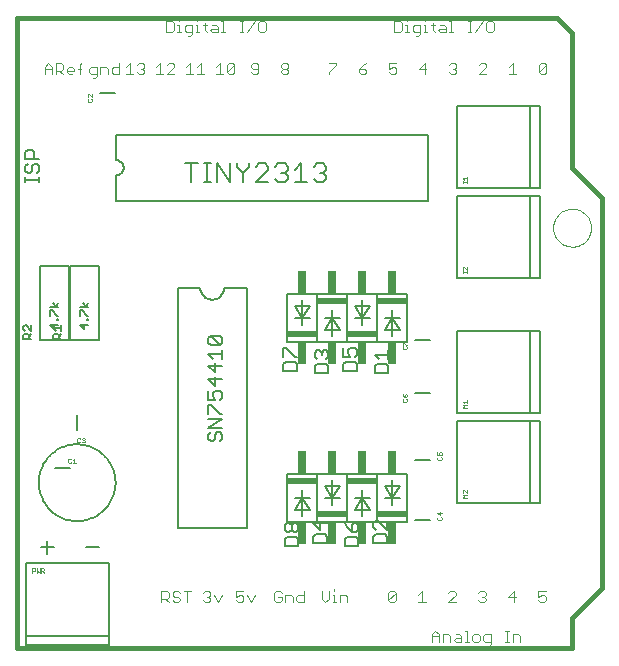
<source format=gto>
G75*
G70*
%OFA0B0*%
%FSLAX24Y24*%
%IPPOS*%
%LPD*%
%AMOC8*
5,1,8,0,0,1.08239X$1,22.5*
%
%ADD10C,0.0000*%
%ADD11C,0.0160*%
%ADD12C,0.0060*%
%ADD13C,0.0030*%
%ADD14C,0.0050*%
%ADD15C,0.0070*%
%ADD16R,0.1000X0.0200*%
%ADD17R,0.0300X0.0750*%
%ADD18C,0.0080*%
%ADD19C,0.0010*%
D10*
X010210Y000504D02*
X010210Y021500D01*
X028080Y014504D02*
X028082Y014554D01*
X028088Y014604D01*
X028098Y014653D01*
X028112Y014701D01*
X028129Y014748D01*
X028150Y014793D01*
X028175Y014837D01*
X028203Y014878D01*
X028235Y014917D01*
X028269Y014954D01*
X028306Y014988D01*
X028346Y015018D01*
X028388Y015045D01*
X028432Y015069D01*
X028478Y015090D01*
X028525Y015106D01*
X028573Y015119D01*
X028623Y015128D01*
X028672Y015133D01*
X028723Y015134D01*
X028773Y015131D01*
X028822Y015124D01*
X028871Y015113D01*
X028919Y015098D01*
X028965Y015080D01*
X029010Y015058D01*
X029053Y015032D01*
X029094Y015003D01*
X029133Y014971D01*
X029169Y014936D01*
X029201Y014898D01*
X029231Y014858D01*
X029258Y014815D01*
X029281Y014771D01*
X029300Y014725D01*
X029316Y014677D01*
X029328Y014628D01*
X029336Y014579D01*
X029340Y014529D01*
X029340Y014479D01*
X029336Y014429D01*
X029328Y014380D01*
X029316Y014331D01*
X029300Y014283D01*
X029281Y014237D01*
X029258Y014193D01*
X029231Y014150D01*
X029201Y014110D01*
X029169Y014072D01*
X029133Y014037D01*
X029094Y014005D01*
X029053Y013976D01*
X029010Y013950D01*
X028965Y013928D01*
X028919Y013910D01*
X028871Y013895D01*
X028822Y013884D01*
X028773Y013877D01*
X028723Y013874D01*
X028672Y013875D01*
X028623Y013880D01*
X028573Y013889D01*
X028525Y013902D01*
X028478Y013918D01*
X028432Y013939D01*
X028388Y013963D01*
X028346Y013990D01*
X028306Y014020D01*
X028269Y014054D01*
X028235Y014091D01*
X028203Y014130D01*
X028175Y014171D01*
X028150Y014215D01*
X028129Y014260D01*
X028112Y014307D01*
X028098Y014355D01*
X028088Y014404D01*
X028082Y014454D01*
X028080Y014504D01*
D11*
X010210Y021504D02*
X010210Y000504D01*
X028710Y000504D01*
X028710Y001504D01*
X029710Y002504D01*
X029710Y015504D01*
X028710Y016504D01*
X028710Y021004D01*
X028210Y021504D01*
X010210Y021504D01*
D12*
X013510Y017604D02*
X023910Y017604D01*
X023910Y015404D01*
X013510Y015404D01*
X013510Y016254D01*
X013540Y016256D01*
X013570Y016261D01*
X013599Y016270D01*
X013626Y016283D01*
X013652Y016298D01*
X013676Y016317D01*
X013697Y016338D01*
X013716Y016362D01*
X013731Y016388D01*
X013744Y016415D01*
X013753Y016444D01*
X013758Y016474D01*
X013760Y016504D01*
X013758Y016534D01*
X013753Y016564D01*
X013744Y016593D01*
X013731Y016620D01*
X013716Y016646D01*
X013697Y016670D01*
X013676Y016691D01*
X013652Y016710D01*
X013626Y016725D01*
X013599Y016738D01*
X013570Y016747D01*
X013540Y016752D01*
X013510Y016754D01*
X013510Y017604D01*
X015560Y012504D02*
X016310Y012504D01*
X016312Y012465D01*
X016318Y012426D01*
X016327Y012388D01*
X016340Y012351D01*
X016357Y012315D01*
X016377Y012282D01*
X016401Y012250D01*
X016427Y012221D01*
X016456Y012195D01*
X016488Y012171D01*
X016521Y012151D01*
X016557Y012134D01*
X016594Y012121D01*
X016632Y012112D01*
X016671Y012106D01*
X016710Y012104D01*
X016749Y012106D01*
X016788Y012112D01*
X016826Y012121D01*
X016863Y012134D01*
X016899Y012151D01*
X016932Y012171D01*
X016964Y012195D01*
X016993Y012221D01*
X017019Y012250D01*
X017043Y012282D01*
X017063Y012315D01*
X017080Y012351D01*
X017093Y012388D01*
X017102Y012426D01*
X017108Y012465D01*
X017110Y012504D01*
X017860Y012504D01*
X017860Y004504D01*
X015560Y004504D01*
X015560Y012504D01*
X019210Y012304D02*
X019210Y010704D01*
X020210Y010704D01*
X020210Y012304D01*
X019210Y012304D01*
X019710Y012104D02*
X019710Y011504D01*
X019960Y011504D01*
X019710Y011504D02*
X019460Y011904D01*
X019960Y011904D01*
X019710Y011504D01*
X019460Y011504D01*
X019710Y011504D02*
X019710Y011254D01*
X020210Y010704D02*
X021210Y010704D01*
X022210Y010704D01*
X022210Y012304D01*
X021210Y012304D01*
X021210Y010704D01*
X021210Y012304D01*
X020210Y012304D01*
X020210Y010704D01*
X020460Y011104D02*
X020710Y011504D01*
X020460Y011504D01*
X020710Y011504D02*
X020710Y011754D01*
X020710Y011504D02*
X020960Y011504D01*
X020710Y011504D02*
X020960Y011104D01*
X020460Y011104D01*
X020710Y010904D02*
X020710Y011504D01*
X021460Y011504D02*
X021710Y011504D01*
X021960Y011504D01*
X021710Y011504D02*
X021960Y011904D01*
X021460Y011904D01*
X021710Y011504D01*
X021710Y012104D01*
X022210Y012304D02*
X023210Y012304D01*
X023210Y010704D01*
X022210Y010704D01*
X022210Y012304D01*
X022710Y011754D02*
X022710Y011504D01*
X022460Y011504D01*
X022710Y011504D02*
X022960Y011504D01*
X022710Y011504D02*
X022960Y011104D01*
X022460Y011104D01*
X022710Y011504D01*
X022710Y010904D01*
X021710Y011254D02*
X021710Y011504D01*
X022210Y006304D02*
X021210Y006304D01*
X021210Y004704D01*
X022210Y004704D01*
X022210Y006304D01*
X022210Y004704D01*
X023210Y004704D01*
X023210Y006304D01*
X022210Y006304D01*
X022710Y006104D02*
X022710Y005504D01*
X022960Y005504D01*
X022710Y005504D02*
X022710Y005254D01*
X022710Y005504D02*
X022460Y005504D01*
X022710Y005504D02*
X022460Y005904D01*
X022960Y005904D01*
X022710Y005504D01*
X021960Y005504D02*
X021710Y005504D01*
X021460Y005504D01*
X021710Y005504D02*
X021710Y005754D01*
X021710Y005504D02*
X021960Y005104D01*
X021460Y005104D01*
X021710Y005504D01*
X021710Y004904D01*
X021210Y004704D02*
X020210Y004704D01*
X020210Y006304D01*
X019210Y006304D01*
X019210Y004704D01*
X020210Y004704D01*
X020210Y006304D01*
X021210Y006304D01*
X021210Y004704D01*
X020710Y005254D02*
X020710Y005504D01*
X020960Y005504D01*
X020710Y005504D02*
X020460Y005504D01*
X020710Y005504D02*
X020460Y005904D01*
X020960Y005904D01*
X020710Y005504D01*
X020710Y006104D01*
X019960Y005504D02*
X019710Y005504D01*
X019460Y005504D01*
X019710Y005504D02*
X019960Y005104D01*
X019460Y005104D01*
X019710Y005504D01*
X019710Y004904D01*
X019710Y005504D02*
X019710Y005754D01*
X012930Y003854D02*
X012503Y003854D01*
X011430Y003854D02*
X011003Y003854D01*
X011216Y004068D02*
X011216Y003641D01*
D13*
X015021Y002389D02*
X015021Y002019D01*
X015021Y002142D02*
X015206Y002142D01*
X015268Y002204D01*
X015268Y002328D01*
X015206Y002389D01*
X015021Y002389D01*
X015389Y002328D02*
X015389Y002266D01*
X015451Y002204D01*
X015574Y002204D01*
X015636Y002142D01*
X015636Y002081D01*
X015574Y002019D01*
X015451Y002019D01*
X015389Y002081D01*
X015268Y002019D02*
X015144Y002142D01*
X015389Y002328D02*
X015451Y002389D01*
X015574Y002389D01*
X015636Y002328D01*
X015757Y002389D02*
X016004Y002389D01*
X015881Y002389D02*
X015881Y002019D01*
X016407Y002081D02*
X016468Y002019D01*
X016592Y002019D01*
X016654Y002081D01*
X016654Y002142D01*
X016592Y002204D01*
X016530Y002204D01*
X016592Y002204D02*
X016654Y002266D01*
X016654Y002328D01*
X016592Y002389D01*
X016468Y002389D01*
X016407Y002328D01*
X016775Y002266D02*
X016899Y002019D01*
X017022Y002266D01*
X017507Y002204D02*
X017630Y002266D01*
X017692Y002266D01*
X017754Y002204D01*
X017754Y002081D01*
X017692Y002019D01*
X017568Y002019D01*
X017507Y002081D01*
X017507Y002204D02*
X017507Y002389D01*
X017754Y002389D01*
X017875Y002266D02*
X017999Y002019D01*
X018122Y002266D01*
X018779Y002328D02*
X018779Y002081D01*
X018840Y002019D01*
X018964Y002019D01*
X019026Y002081D01*
X019026Y002204D01*
X018902Y002204D01*
X018779Y002328D02*
X018840Y002389D01*
X018964Y002389D01*
X019026Y002328D01*
X019147Y002266D02*
X019332Y002266D01*
X019394Y002204D01*
X019394Y002019D01*
X019515Y002081D02*
X019515Y002204D01*
X019577Y002266D01*
X019762Y002266D01*
X019762Y002389D02*
X019762Y002019D01*
X019577Y002019D01*
X019515Y002081D01*
X019147Y002019D02*
X019147Y002266D01*
X020357Y002389D02*
X020357Y002142D01*
X020480Y002019D01*
X020604Y002142D01*
X020604Y002389D01*
X020725Y002266D02*
X020787Y002266D01*
X020787Y002019D01*
X020725Y002019D02*
X020849Y002019D01*
X020971Y002019D02*
X020971Y002266D01*
X021156Y002266D01*
X021217Y002204D01*
X021217Y002019D01*
X020787Y002389D02*
X020787Y002451D01*
X022575Y002328D02*
X022575Y002081D01*
X022822Y002328D01*
X022822Y002081D01*
X022760Y002019D01*
X022636Y002019D01*
X022575Y002081D01*
X022575Y002328D02*
X022636Y002389D01*
X022760Y002389D01*
X022822Y002328D01*
X023575Y002266D02*
X023698Y002389D01*
X023698Y002019D01*
X023575Y002019D02*
X023822Y002019D01*
X024575Y002019D02*
X024822Y002266D01*
X024822Y002328D01*
X024760Y002389D01*
X024636Y002389D01*
X024575Y002328D01*
X024575Y002019D02*
X024822Y002019D01*
X025575Y002081D02*
X025636Y002019D01*
X025760Y002019D01*
X025822Y002081D01*
X025822Y002142D01*
X025760Y002204D01*
X025698Y002204D01*
X025760Y002204D02*
X025822Y002266D01*
X025822Y002328D01*
X025760Y002389D01*
X025636Y002389D01*
X025575Y002328D01*
X026575Y002204D02*
X026822Y002204D01*
X026760Y002019D02*
X026760Y002389D01*
X026575Y002204D01*
X027575Y002204D02*
X027698Y002266D01*
X027760Y002266D01*
X027822Y002204D01*
X027822Y002081D01*
X027760Y002019D01*
X027636Y002019D01*
X027575Y002081D01*
X027575Y002204D02*
X027575Y002389D01*
X027822Y002389D01*
X026915Y000948D02*
X026976Y000886D01*
X026976Y000701D01*
X026730Y000701D02*
X026730Y000948D01*
X026915Y000948D01*
X026608Y001071D02*
X026484Y001071D01*
X026546Y001071D02*
X026546Y000701D01*
X026484Y000701D02*
X026608Y000701D01*
X025994Y000701D02*
X025809Y000701D01*
X025747Y000763D01*
X025747Y000886D01*
X025809Y000948D01*
X025994Y000948D01*
X025994Y000639D01*
X025933Y000578D01*
X025871Y000578D01*
X025626Y000763D02*
X025626Y000886D01*
X025564Y000948D01*
X025441Y000948D01*
X025379Y000886D01*
X025379Y000763D01*
X025441Y000701D01*
X025564Y000701D01*
X025626Y000763D01*
X025257Y000701D02*
X025134Y000701D01*
X025195Y000701D02*
X025195Y001071D01*
X025134Y001071D01*
X024951Y000948D02*
X025012Y000886D01*
X025012Y000701D01*
X024827Y000701D01*
X024765Y000763D01*
X024827Y000824D01*
X025012Y000824D01*
X024951Y000948D02*
X024827Y000948D01*
X024644Y000886D02*
X024644Y000701D01*
X024644Y000886D02*
X024582Y000948D01*
X024397Y000948D01*
X024397Y000701D01*
X024276Y000701D02*
X024276Y000948D01*
X024152Y001071D01*
X024029Y000948D01*
X024029Y000701D01*
X024029Y000886D02*
X024276Y000886D01*
X012805Y019496D02*
X012867Y019557D01*
X012867Y019866D01*
X012682Y019866D01*
X012620Y019804D01*
X012620Y019681D01*
X012682Y019619D01*
X012867Y019619D01*
X012988Y019619D02*
X012988Y019866D01*
X013173Y019866D01*
X013235Y019804D01*
X013235Y019619D01*
X013356Y019681D02*
X013356Y019804D01*
X013418Y019866D01*
X013603Y019866D01*
X013603Y019989D02*
X013603Y019619D01*
X013418Y019619D01*
X013356Y019681D01*
X013838Y019619D02*
X014085Y019619D01*
X013962Y019619D02*
X013962Y019989D01*
X013838Y019866D01*
X014206Y019928D02*
X014268Y019989D01*
X014392Y019989D01*
X014453Y019928D01*
X014453Y019866D01*
X014392Y019804D01*
X014453Y019742D01*
X014453Y019681D01*
X014392Y019619D01*
X014268Y019619D01*
X014206Y019681D01*
X014330Y019804D02*
X014392Y019804D01*
X014838Y019866D02*
X014962Y019989D01*
X014962Y019619D01*
X015085Y019619D02*
X014838Y019619D01*
X015206Y019619D02*
X015453Y019866D01*
X015453Y019928D01*
X015392Y019989D01*
X015268Y019989D01*
X015206Y019928D01*
X015206Y019619D02*
X015453Y019619D01*
X015838Y019619D02*
X016085Y019619D01*
X016206Y019619D02*
X016453Y019619D01*
X016330Y019619D02*
X016330Y019989D01*
X016206Y019866D01*
X015962Y019989D02*
X015962Y019619D01*
X015838Y019866D02*
X015962Y019989D01*
X016838Y019866D02*
X016962Y019989D01*
X016962Y019619D01*
X017085Y019619D02*
X016838Y019619D01*
X017206Y019681D02*
X017206Y019928D01*
X017268Y019989D01*
X017392Y019989D01*
X017453Y019928D01*
X017206Y019681D01*
X017268Y019619D01*
X017392Y019619D01*
X017453Y019681D01*
X017453Y019928D01*
X018006Y019928D02*
X018006Y019866D01*
X018068Y019804D01*
X018253Y019804D01*
X018253Y019681D02*
X018253Y019928D01*
X018192Y019989D01*
X018068Y019989D01*
X018006Y019928D01*
X018006Y019681D02*
X018068Y019619D01*
X018192Y019619D01*
X018253Y019681D01*
X019006Y019681D02*
X019006Y019742D01*
X019068Y019804D01*
X019192Y019804D01*
X019253Y019742D01*
X019253Y019681D01*
X019192Y019619D01*
X019068Y019619D01*
X019006Y019681D01*
X019068Y019804D02*
X019006Y019866D01*
X019006Y019928D01*
X019068Y019989D01*
X019192Y019989D01*
X019253Y019928D01*
X019253Y019866D01*
X019192Y019804D01*
X020606Y019681D02*
X020606Y019619D01*
X020606Y019681D02*
X020853Y019928D01*
X020853Y019989D01*
X020606Y019989D01*
X021606Y019804D02*
X021606Y019681D01*
X021668Y019619D01*
X021792Y019619D01*
X021853Y019681D01*
X021853Y019742D01*
X021792Y019804D01*
X021606Y019804D01*
X021730Y019928D01*
X021853Y019989D01*
X022606Y019989D02*
X022606Y019804D01*
X022730Y019866D01*
X022792Y019866D01*
X022853Y019804D01*
X022853Y019681D01*
X022792Y019619D01*
X022668Y019619D01*
X022606Y019681D01*
X022606Y019989D02*
X022853Y019989D01*
X023606Y019804D02*
X023853Y019804D01*
X023792Y019619D02*
X023792Y019989D01*
X023606Y019804D01*
X024606Y019681D02*
X024668Y019619D01*
X024792Y019619D01*
X024853Y019681D01*
X024853Y019742D01*
X024792Y019804D01*
X024730Y019804D01*
X024792Y019804D02*
X024853Y019866D01*
X024853Y019928D01*
X024792Y019989D01*
X024668Y019989D01*
X024606Y019928D01*
X025606Y019928D02*
X025668Y019989D01*
X025792Y019989D01*
X025853Y019928D01*
X025853Y019866D01*
X025606Y019619D01*
X025853Y019619D01*
X026606Y019619D02*
X026853Y019619D01*
X026730Y019619D02*
X026730Y019989D01*
X026606Y019866D01*
X027606Y019928D02*
X027606Y019681D01*
X027853Y019928D01*
X027853Y019681D01*
X027792Y019619D01*
X027668Y019619D01*
X027606Y019681D01*
X027606Y019928D02*
X027668Y019989D01*
X027792Y019989D01*
X027853Y019928D01*
X026091Y021081D02*
X026091Y021328D01*
X026029Y021389D01*
X025906Y021389D01*
X025844Y021328D01*
X025844Y021081D01*
X025906Y021019D01*
X026029Y021019D01*
X026091Y021081D01*
X025722Y021389D02*
X025476Y021019D01*
X025353Y021019D02*
X025230Y021019D01*
X025292Y021019D02*
X025292Y021389D01*
X025353Y021389D02*
X025230Y021389D01*
X024678Y021389D02*
X024678Y021019D01*
X024616Y021019D02*
X024740Y021019D01*
X024495Y021019D02*
X024495Y021204D01*
X024433Y021266D01*
X024310Y021266D01*
X024310Y021142D02*
X024495Y021142D01*
X024495Y021019D02*
X024310Y021019D01*
X024248Y021081D01*
X024310Y021142D01*
X024126Y021019D02*
X024064Y021081D01*
X024064Y021328D01*
X024002Y021266D02*
X024126Y021266D01*
X023819Y021266D02*
X023819Y021019D01*
X023880Y021019D02*
X023757Y021019D01*
X023635Y021019D02*
X023450Y021019D01*
X023389Y021081D01*
X023389Y021204D01*
X023450Y021266D01*
X023635Y021266D01*
X023635Y020957D01*
X023574Y020896D01*
X023512Y020896D01*
X023266Y021019D02*
X023143Y021019D01*
X023205Y021019D02*
X023205Y021266D01*
X023143Y021266D01*
X023022Y021328D02*
X023022Y021081D01*
X022960Y021019D01*
X022775Y021019D01*
X022775Y021389D01*
X022960Y021389D01*
X023022Y021328D01*
X023205Y021389D02*
X023205Y021451D01*
X023757Y021266D02*
X023819Y021266D01*
X023819Y021389D02*
X023819Y021451D01*
X024616Y021389D02*
X024678Y021389D01*
X018491Y021328D02*
X018491Y021081D01*
X018429Y021019D01*
X018306Y021019D01*
X018244Y021081D01*
X018244Y021328D01*
X018306Y021389D01*
X018429Y021389D01*
X018491Y021328D01*
X018122Y021389D02*
X017876Y021019D01*
X017753Y021019D02*
X017630Y021019D01*
X017692Y021019D02*
X017692Y021389D01*
X017753Y021389D02*
X017630Y021389D01*
X017078Y021389D02*
X017078Y021019D01*
X017016Y021019D02*
X017140Y021019D01*
X016895Y021019D02*
X016895Y021204D01*
X016833Y021266D01*
X016710Y021266D01*
X016710Y021142D02*
X016895Y021142D01*
X016895Y021019D02*
X016710Y021019D01*
X016648Y021081D01*
X016710Y021142D01*
X016526Y021019D02*
X016464Y021081D01*
X016464Y021328D01*
X016402Y021266D02*
X016526Y021266D01*
X016219Y021266D02*
X016219Y021019D01*
X016280Y021019D02*
X016157Y021019D01*
X016035Y021019D02*
X015850Y021019D01*
X015789Y021081D01*
X015789Y021204D01*
X015850Y021266D01*
X016035Y021266D01*
X016035Y020957D01*
X015974Y020896D01*
X015912Y020896D01*
X015666Y021019D02*
X015543Y021019D01*
X015605Y021019D02*
X015605Y021266D01*
X015543Y021266D01*
X015422Y021328D02*
X015360Y021389D01*
X015175Y021389D01*
X015175Y021019D01*
X015360Y021019D01*
X015422Y021081D01*
X015422Y021328D01*
X015605Y021389D02*
X015605Y021451D01*
X016157Y021266D02*
X016219Y021266D01*
X016219Y021389D02*
X016219Y021451D01*
X017016Y021389D02*
X017078Y021389D01*
X012805Y019496D02*
X012743Y019496D01*
X012291Y019619D02*
X012291Y019928D01*
X012353Y019989D01*
X012353Y019804D02*
X012229Y019804D01*
X012108Y019804D02*
X012108Y019742D01*
X011861Y019742D01*
X011861Y019681D02*
X011861Y019804D01*
X011923Y019866D01*
X012046Y019866D01*
X012108Y019804D01*
X012046Y019619D02*
X011923Y019619D01*
X011861Y019681D01*
X011739Y019619D02*
X011616Y019742D01*
X011678Y019742D02*
X011493Y019742D01*
X011493Y019619D02*
X011493Y019989D01*
X011678Y019989D01*
X011739Y019928D01*
X011739Y019804D01*
X011678Y019742D01*
X011371Y019804D02*
X011124Y019804D01*
X011124Y019866D02*
X011248Y019989D01*
X011371Y019866D01*
X011371Y019619D01*
X011124Y019619D02*
X011124Y019866D01*
D14*
X010710Y017096D02*
X010785Y017021D01*
X010785Y016796D01*
X010935Y016796D02*
X010484Y016796D01*
X010484Y017021D01*
X010559Y017096D01*
X010710Y017096D01*
X010785Y016636D02*
X010710Y016561D01*
X010710Y016411D01*
X010635Y016336D01*
X010559Y016336D01*
X010484Y016411D01*
X010484Y016561D01*
X010559Y016636D01*
X010785Y016636D02*
X010860Y016636D01*
X010935Y016561D01*
X010935Y016411D01*
X010860Y016336D01*
X010935Y016179D02*
X010935Y016029D01*
X010935Y016104D02*
X010484Y016104D01*
X010484Y016029D02*
X010484Y016179D01*
X011405Y012001D02*
X011495Y011866D01*
X011585Y012001D01*
X011585Y011866D02*
X011315Y011866D01*
X011315Y011751D02*
X011360Y011751D01*
X011540Y011571D01*
X011585Y011571D01*
X011585Y011469D02*
X011585Y011424D01*
X011540Y011424D01*
X011540Y011469D01*
X011585Y011469D01*
X011585Y011264D02*
X011315Y011264D01*
X011450Y011129D01*
X011450Y011309D01*
X011415Y011164D02*
X011685Y011164D01*
X011685Y011074D02*
X011685Y011254D01*
X011505Y011074D02*
X011415Y011164D01*
X011460Y010959D02*
X011550Y010959D01*
X011595Y010914D01*
X011595Y010779D01*
X011685Y010779D02*
X011415Y010779D01*
X011415Y010914D01*
X011460Y010959D01*
X011595Y010869D02*
X011685Y010959D01*
X012315Y011264D02*
X012450Y011129D01*
X012450Y011309D01*
X012585Y011264D02*
X012315Y011264D01*
X012540Y011424D02*
X012540Y011469D01*
X012585Y011469D01*
X012585Y011424D01*
X012540Y011424D01*
X012540Y011571D02*
X012585Y011571D01*
X012540Y011571D02*
X012360Y011751D01*
X012315Y011751D01*
X012315Y011571D01*
X012315Y011866D02*
X012585Y011866D01*
X012495Y011866D02*
X012405Y012001D01*
X012495Y011866D02*
X012585Y012001D01*
X011315Y011751D02*
X011315Y011571D01*
X010685Y011254D02*
X010685Y011074D01*
X010505Y011254D01*
X010460Y011254D01*
X010415Y011209D01*
X010415Y011119D01*
X010460Y011074D01*
X010460Y010959D02*
X010550Y010959D01*
X010595Y010914D01*
X010595Y010779D01*
X010685Y010779D02*
X010415Y010779D01*
X010415Y010914D01*
X010460Y010959D01*
X010595Y010869D02*
X010685Y010959D01*
X016584Y010827D02*
X016659Y010902D01*
X016960Y010601D01*
X017035Y010676D01*
X017035Y010827D01*
X016960Y010902D01*
X016659Y010902D01*
X016584Y010827D02*
X016584Y010676D01*
X016659Y010601D01*
X016960Y010601D01*
X017035Y010441D02*
X017035Y010141D01*
X017035Y010291D02*
X016584Y010291D01*
X016735Y010141D01*
X016810Y009981D02*
X016810Y009681D01*
X016584Y009906D01*
X017035Y009906D01*
X016810Y009521D02*
X016810Y009220D01*
X016584Y009446D01*
X017035Y009446D01*
X016960Y009060D02*
X017035Y008985D01*
X017035Y008835D01*
X016960Y008760D01*
X016810Y008760D02*
X016735Y008910D01*
X016735Y008985D01*
X016810Y009060D01*
X016960Y009060D01*
X016810Y008760D02*
X016584Y008760D01*
X016584Y009060D01*
X016584Y008600D02*
X016659Y008600D01*
X016960Y008300D01*
X017035Y008300D01*
X017035Y008140D02*
X016584Y008140D01*
X016584Y008300D02*
X016584Y008600D01*
X017035Y008140D02*
X016584Y007839D01*
X017035Y007839D01*
X016960Y007679D02*
X017035Y007604D01*
X017035Y007454D01*
X016960Y007379D01*
X016810Y007454D02*
X016810Y007604D01*
X016885Y007679D01*
X016960Y007679D01*
X016810Y007454D02*
X016735Y007379D01*
X016659Y007379D01*
X016584Y007454D01*
X016584Y007604D01*
X016659Y007679D01*
X019084Y009729D02*
X019084Y009954D01*
X019159Y010029D01*
X019460Y010029D01*
X019535Y009954D01*
X019535Y009729D01*
X019084Y009729D01*
X019084Y010189D02*
X019084Y010490D01*
X019159Y010490D01*
X019460Y010189D01*
X019535Y010189D01*
X020134Y010194D02*
X020134Y010344D01*
X020209Y010419D01*
X020285Y010419D01*
X020360Y010344D01*
X020435Y010419D01*
X020510Y010419D01*
X020585Y010344D01*
X020585Y010194D01*
X020510Y010119D01*
X020510Y009958D02*
X020209Y009958D01*
X020134Y009883D01*
X020134Y009658D01*
X020585Y009658D01*
X020585Y009883D01*
X020510Y009958D01*
X020209Y010119D02*
X020134Y010194D01*
X020360Y010269D02*
X020360Y010344D01*
X021084Y010490D02*
X021084Y010189D01*
X021310Y010189D01*
X021235Y010339D01*
X021235Y010414D01*
X021310Y010490D01*
X021460Y010490D01*
X021535Y010414D01*
X021535Y010264D01*
X021460Y010189D01*
X021460Y010029D02*
X021159Y010029D01*
X021084Y009954D01*
X021084Y009729D01*
X021535Y009729D01*
X021535Y009954D01*
X021460Y010029D01*
X022134Y009883D02*
X022134Y009658D01*
X022585Y009658D01*
X022585Y009883D01*
X022510Y009958D01*
X022209Y009958D01*
X022134Y009883D01*
X022285Y010119D02*
X022134Y010269D01*
X022585Y010269D01*
X022585Y010119D02*
X022585Y010419D01*
X022535Y004740D02*
X022535Y004439D01*
X022235Y004740D01*
X022159Y004740D01*
X022084Y004664D01*
X022084Y004514D01*
X022159Y004439D01*
X022159Y004279D02*
X022084Y004204D01*
X022084Y003979D01*
X022535Y003979D01*
X022535Y004204D01*
X022460Y004279D01*
X022159Y004279D01*
X021585Y004133D02*
X021585Y003908D01*
X021134Y003908D01*
X021134Y004133D01*
X021209Y004208D01*
X021510Y004208D01*
X021585Y004133D01*
X021510Y004369D02*
X021585Y004444D01*
X021585Y004594D01*
X021510Y004669D01*
X021435Y004669D01*
X021360Y004594D01*
X021360Y004369D01*
X021510Y004369D01*
X021360Y004369D02*
X021209Y004519D01*
X021134Y004669D01*
X020535Y004664D02*
X020084Y004664D01*
X020310Y004439D01*
X020310Y004740D01*
X020460Y004279D02*
X020159Y004279D01*
X020084Y004204D01*
X020084Y003979D01*
X020535Y003979D01*
X020535Y004204D01*
X020460Y004279D01*
X019585Y004133D02*
X019585Y003908D01*
X019134Y003908D01*
X019134Y004133D01*
X019209Y004208D01*
X019510Y004208D01*
X019585Y004133D01*
X019510Y004369D02*
X019435Y004369D01*
X019360Y004444D01*
X019360Y004594D01*
X019435Y004669D01*
X019510Y004669D01*
X019585Y004594D01*
X019585Y004444D01*
X019510Y004369D01*
X019360Y004444D02*
X019285Y004369D01*
X019209Y004369D01*
X019134Y004444D01*
X019134Y004594D01*
X019209Y004669D01*
X019285Y004669D01*
X019360Y004594D01*
D15*
X019456Y016019D02*
X019876Y016019D01*
X019666Y016019D02*
X019666Y016649D01*
X019456Y016439D01*
X019231Y016439D02*
X019126Y016334D01*
X019231Y016229D01*
X019231Y016124D01*
X019126Y016019D01*
X018916Y016019D01*
X018811Y016124D01*
X018587Y016019D02*
X018166Y016019D01*
X018587Y016439D01*
X018587Y016544D01*
X018482Y016649D01*
X018272Y016649D01*
X018166Y016544D01*
X017942Y016544D02*
X017732Y016334D01*
X017732Y016019D01*
X017732Y016334D02*
X017522Y016544D01*
X017522Y016649D01*
X017298Y016649D02*
X017298Y016019D01*
X016877Y016649D01*
X016877Y016019D01*
X016658Y016019D02*
X016448Y016019D01*
X016553Y016019D02*
X016553Y016649D01*
X016448Y016649D02*
X016658Y016649D01*
X016224Y016649D02*
X015803Y016649D01*
X016013Y016649D02*
X016013Y016019D01*
X017942Y016544D02*
X017942Y016649D01*
X018811Y016544D02*
X018916Y016649D01*
X019126Y016649D01*
X019231Y016544D01*
X019231Y016439D01*
X019126Y016334D02*
X019021Y016334D01*
X020100Y016124D02*
X020205Y016019D01*
X020415Y016019D01*
X020520Y016124D01*
X020520Y016229D01*
X020415Y016334D01*
X020310Y016334D01*
X020415Y016334D02*
X020520Y016439D01*
X020520Y016544D01*
X020415Y016649D01*
X020205Y016649D01*
X020100Y016544D01*
D16*
X020710Y012054D03*
X021710Y010954D03*
X022710Y012054D03*
X019710Y010954D03*
X019710Y006054D03*
X020710Y004954D03*
X021710Y006054D03*
X022710Y004954D03*
D17*
X022710Y004329D03*
X021710Y004329D03*
X020710Y004329D03*
X019710Y004329D03*
X019710Y006679D03*
X020710Y006679D03*
X021710Y006679D03*
X022710Y006679D03*
X022710Y010329D03*
X021710Y010329D03*
X020710Y010329D03*
X019710Y010329D03*
X019710Y012679D03*
X020710Y012679D03*
X021710Y012679D03*
X022710Y012679D03*
D18*
X024871Y012815D02*
X027312Y012815D01*
X027312Y015571D01*
X027627Y015571D01*
X027627Y012815D01*
X027312Y012815D01*
X027312Y011071D02*
X024871Y011071D01*
X024871Y008315D01*
X027312Y008315D01*
X027312Y011071D01*
X027627Y011071D01*
X027627Y008315D01*
X027312Y008315D01*
X027312Y008071D02*
X027312Y005315D01*
X024871Y005315D01*
X024871Y008071D01*
X027312Y008071D01*
X027627Y008071D01*
X027627Y005315D01*
X027312Y005315D01*
X023960Y004754D02*
X023460Y004754D01*
X023460Y006754D02*
X023960Y006754D01*
X023960Y009004D02*
X023460Y009004D01*
X023460Y010754D02*
X023960Y010754D01*
X024871Y012815D02*
X024871Y015571D01*
X027312Y015571D01*
X027312Y015815D02*
X027312Y018571D01*
X027627Y018571D01*
X027627Y015815D01*
X027312Y015815D01*
X024871Y015815D01*
X024871Y018571D01*
X027312Y018571D01*
X013460Y019004D02*
X012960Y019004D01*
X012932Y013244D02*
X011987Y013244D01*
X011987Y010764D01*
X012932Y010764D01*
X012932Y013244D01*
X011932Y013244D02*
X011932Y010764D01*
X010987Y010764D01*
X010987Y013244D01*
X011932Y013244D01*
X012210Y008254D02*
X012210Y007754D01*
X011960Y006504D02*
X011460Y006504D01*
X010930Y006004D02*
X010932Y006075D01*
X010938Y006146D01*
X010948Y006217D01*
X010962Y006286D01*
X010979Y006355D01*
X011001Y006423D01*
X011026Y006490D01*
X011055Y006555D01*
X011087Y006618D01*
X011123Y006680D01*
X011162Y006739D01*
X011205Y006796D01*
X011250Y006851D01*
X011299Y006903D01*
X011350Y006952D01*
X011404Y006998D01*
X011461Y007042D01*
X011519Y007082D01*
X011580Y007118D01*
X011643Y007152D01*
X011708Y007181D01*
X011774Y007207D01*
X011842Y007230D01*
X011910Y007248D01*
X011980Y007263D01*
X012050Y007274D01*
X012121Y007281D01*
X012192Y007284D01*
X012263Y007283D01*
X012334Y007278D01*
X012405Y007269D01*
X012475Y007256D01*
X012544Y007240D01*
X012612Y007219D01*
X012679Y007195D01*
X012745Y007167D01*
X012808Y007135D01*
X012870Y007100D01*
X012930Y007062D01*
X012988Y007020D01*
X013043Y006976D01*
X013096Y006928D01*
X013146Y006877D01*
X013193Y006824D01*
X013237Y006768D01*
X013278Y006710D01*
X013316Y006649D01*
X013350Y006587D01*
X013380Y006522D01*
X013407Y006457D01*
X013431Y006389D01*
X013450Y006321D01*
X013466Y006252D01*
X013478Y006181D01*
X013486Y006111D01*
X013490Y006040D01*
X013490Y005968D01*
X013486Y005897D01*
X013478Y005827D01*
X013466Y005756D01*
X013450Y005687D01*
X013431Y005619D01*
X013407Y005551D01*
X013380Y005486D01*
X013350Y005421D01*
X013316Y005359D01*
X013278Y005298D01*
X013237Y005240D01*
X013193Y005184D01*
X013146Y005131D01*
X013096Y005080D01*
X013043Y005032D01*
X012988Y004988D01*
X012930Y004946D01*
X012870Y004908D01*
X012808Y004873D01*
X012745Y004841D01*
X012679Y004813D01*
X012612Y004789D01*
X012544Y004768D01*
X012475Y004752D01*
X012405Y004739D01*
X012334Y004730D01*
X012263Y004725D01*
X012192Y004724D01*
X012121Y004727D01*
X012050Y004734D01*
X011980Y004745D01*
X011910Y004760D01*
X011842Y004778D01*
X011774Y004801D01*
X011708Y004827D01*
X011643Y004856D01*
X011580Y004890D01*
X011519Y004926D01*
X011461Y004966D01*
X011404Y005010D01*
X011350Y005056D01*
X011299Y005105D01*
X011250Y005157D01*
X011205Y005212D01*
X011162Y005269D01*
X011123Y005328D01*
X011087Y005390D01*
X011055Y005453D01*
X011026Y005518D01*
X011001Y005585D01*
X010979Y005653D01*
X010962Y005722D01*
X010948Y005791D01*
X010938Y005862D01*
X010932Y005933D01*
X010930Y006004D01*
X010521Y003343D02*
X010521Y000902D01*
X013277Y000902D01*
X013277Y000587D01*
X010521Y000587D01*
X010521Y000902D01*
X013277Y000902D02*
X013277Y003343D01*
X010521Y003343D01*
D19*
X010715Y003159D02*
X010790Y003159D01*
X010815Y003134D01*
X010815Y003084D01*
X010790Y003059D01*
X010715Y003059D01*
X010715Y003009D02*
X010715Y003159D01*
X010862Y003159D02*
X010862Y003009D01*
X010912Y003059D01*
X010962Y003009D01*
X010962Y003159D01*
X011009Y003159D02*
X011084Y003159D01*
X011109Y003134D01*
X011109Y003084D01*
X011084Y003059D01*
X011009Y003059D01*
X011009Y003009D02*
X011009Y003159D01*
X011059Y003059D02*
X011109Y003009D01*
X011940Y006659D02*
X011990Y006659D01*
X012015Y006684D01*
X012062Y006659D02*
X012162Y006659D01*
X012112Y006659D02*
X012112Y006809D01*
X012062Y006759D01*
X012015Y006784D02*
X011990Y006809D01*
X011940Y006809D01*
X011915Y006784D01*
X011915Y006684D01*
X011940Y006659D01*
X012245Y007349D02*
X012295Y007349D01*
X012320Y007374D01*
X012367Y007374D02*
X012392Y007349D01*
X012442Y007349D01*
X012468Y007374D01*
X012468Y007399D01*
X012442Y007424D01*
X012417Y007424D01*
X012442Y007424D02*
X012468Y007449D01*
X012468Y007474D01*
X012442Y007499D01*
X012392Y007499D01*
X012367Y007474D01*
X012320Y007474D02*
X012295Y007499D01*
X012245Y007499D01*
X012220Y007474D01*
X012220Y007374D01*
X012245Y007349D01*
X023055Y008734D02*
X023080Y008709D01*
X023180Y008709D01*
X023205Y008734D01*
X023205Y008784D01*
X023180Y008809D01*
X023180Y008856D02*
X023205Y008881D01*
X023205Y008931D01*
X023180Y008956D01*
X023155Y008956D01*
X023130Y008931D01*
X023130Y008856D01*
X023180Y008856D01*
X023130Y008856D02*
X023080Y008906D01*
X023055Y008956D01*
X023080Y008809D02*
X023055Y008784D01*
X023055Y008734D01*
X025055Y008706D02*
X025105Y008656D01*
X025055Y008609D02*
X025205Y008609D01*
X025205Y008656D02*
X025205Y008756D01*
X025205Y008706D02*
X025055Y008706D01*
X025055Y008609D02*
X025105Y008559D01*
X025055Y008509D01*
X025205Y008509D01*
X024340Y007012D02*
X024365Y006987D01*
X024365Y006937D01*
X024340Y006912D01*
X024340Y006864D02*
X024365Y006839D01*
X024365Y006789D01*
X024340Y006764D01*
X024240Y006764D01*
X024215Y006789D01*
X024215Y006839D01*
X024240Y006864D01*
X024215Y006912D02*
X024290Y006912D01*
X024265Y006962D01*
X024265Y006987D01*
X024290Y007012D01*
X024340Y007012D01*
X024215Y007012D02*
X024215Y006912D01*
X025080Y005756D02*
X025055Y005731D01*
X025055Y005681D01*
X025080Y005656D01*
X025055Y005609D02*
X025205Y005609D01*
X025205Y005656D02*
X025105Y005756D01*
X025080Y005756D01*
X025205Y005756D02*
X025205Y005656D01*
X025105Y005559D02*
X025055Y005609D01*
X025105Y005559D02*
X025055Y005509D01*
X025205Y005509D01*
X024365Y004987D02*
X024215Y004987D01*
X024290Y004912D01*
X024290Y005012D01*
X024340Y004864D02*
X024365Y004839D01*
X024365Y004789D01*
X024340Y004764D01*
X024240Y004764D01*
X024215Y004789D01*
X024215Y004839D01*
X024240Y004864D01*
X023180Y010459D02*
X023205Y010484D01*
X023205Y010534D01*
X023180Y010559D01*
X023180Y010606D02*
X023205Y010606D01*
X023180Y010606D02*
X023080Y010706D01*
X023055Y010706D01*
X023055Y010606D01*
X023080Y010559D02*
X023055Y010534D01*
X023055Y010484D01*
X023080Y010459D01*
X023180Y010459D01*
X025055Y013009D02*
X025055Y013059D01*
X025055Y013034D02*
X025205Y013034D01*
X025205Y013009D02*
X025205Y013059D01*
X025205Y013107D02*
X025105Y013207D01*
X025080Y013207D01*
X025055Y013182D01*
X025055Y013132D01*
X025080Y013107D01*
X025205Y013107D02*
X025205Y013207D01*
X025205Y016009D02*
X025205Y016059D01*
X025205Y016034D02*
X025055Y016034D01*
X025055Y016009D02*
X025055Y016059D01*
X025105Y016107D02*
X025055Y016157D01*
X025205Y016157D01*
X025205Y016107D02*
X025205Y016207D01*
X012705Y018734D02*
X012705Y018784D01*
X012680Y018809D01*
X012705Y018856D02*
X012605Y018956D01*
X012580Y018956D01*
X012555Y018931D01*
X012555Y018881D01*
X012580Y018856D01*
X012580Y018809D02*
X012555Y018784D01*
X012555Y018734D01*
X012580Y018709D01*
X012680Y018709D01*
X012705Y018734D01*
X012705Y018856D02*
X012705Y018956D01*
M02*

</source>
